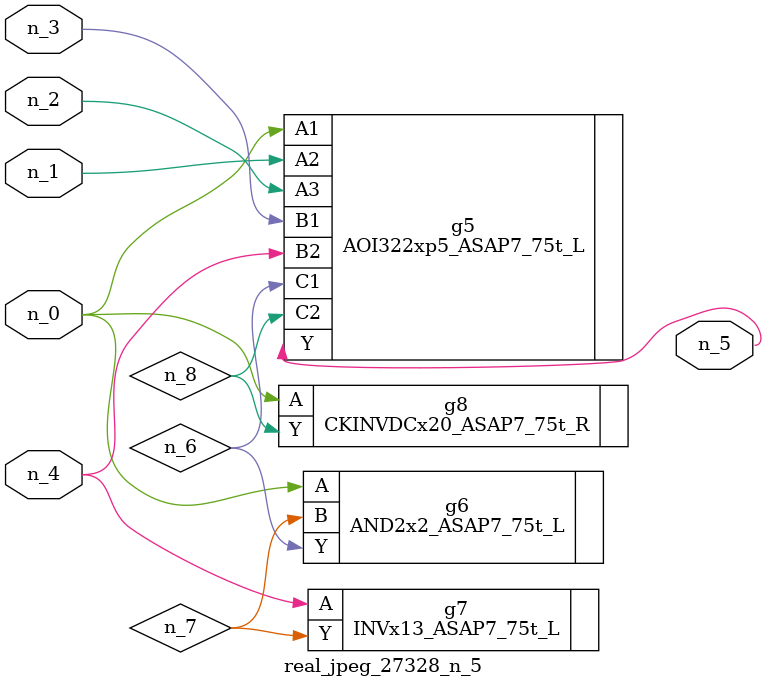
<source format=v>
module real_jpeg_27328_n_5 (n_4, n_0, n_1, n_2, n_3, n_5);

input n_4;
input n_0;
input n_1;
input n_2;
input n_3;

output n_5;

wire n_8;
wire n_6;
wire n_7;

AOI322xp5_ASAP7_75t_L g5 ( 
.A1(n_0),
.A2(n_1),
.A3(n_2),
.B1(n_3),
.B2(n_4),
.C1(n_6),
.C2(n_8),
.Y(n_5)
);

AND2x2_ASAP7_75t_L g6 ( 
.A(n_0),
.B(n_7),
.Y(n_6)
);

CKINVDCx20_ASAP7_75t_R g8 ( 
.A(n_0),
.Y(n_8)
);

INVx13_ASAP7_75t_L g7 ( 
.A(n_4),
.Y(n_7)
);


endmodule
</source>
